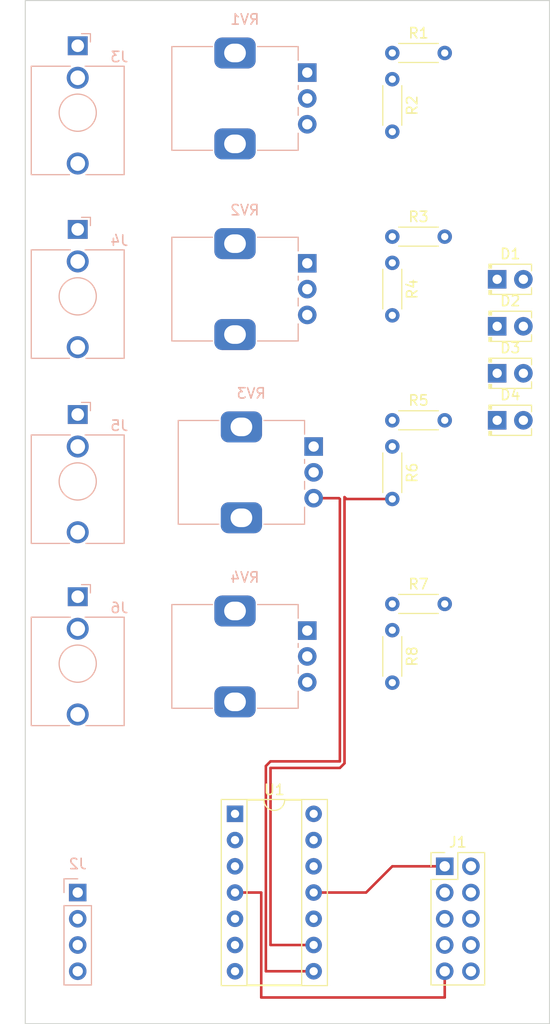
<source format=kicad_pcb>
(kicad_pcb (version 20221018) (generator pcbnew)
  (layers (0 "F.Cu" signal) (31 "B.Cu" signal) (34 "B.Paste" user) (35 "F.Paste" user) (36 "B.SilkS" user "B.Silkscreen") (37 "F.SilkS" user "F.Silkscreen") (38 "B.Mask" user) (39 "F.Mask" user) (44 "Edge.Cuts" user))
  (net 0 "")
  (net 7 "Net-(J1-Pin_9)")
  (net 9 "GND")
  (net 11 "Net-(U1A--)")
  (net 13 "in1")
  (net 14 "in2")
  (net 15 "in3")
  (net 16 "in4")
  (net 18 "Net-(U1B--)")
  (net 22 "Net-(U1C--)")
  (net 23 "Net-(U1D--)")
  (net 26 "Net-(J1-Pin_1)")
  (net 28 "Net-(D1-K)")
  (net 29 "Net-(D1-A)")
  (net 30 "Net-(D2-K)")
  (net 31 "Net-(D2-A)")
  (net 32 "Net-(D3-K)")
  (net 33 "Net-(D3-A)")
  (net 34 "Net-(D4-K)")
  (net 35 "Net-(D4-A)")
  (footprint "Resistor_THT:R_Axial_DIN0204_L3.6mm_D1.6mm_P5.08mm_Horizontal" (layer "F.Cu") (at 162.56 93.98)
    (fp_text reference "R5" (at 2.54 -1.92) (layer "F.SilkS"))
    (fp_text value "10k")
    (fp_line (start 0.62 -0.92) (end 4.46 -0.92) (stroke (width 0.12)) (layer "F.SilkS"))
    (fp_line (start 0.62 0.92) (end 4.46 0.92) (stroke (width 0.12)) (layer "F.SilkS"))
    (pad "1" thru_hole circle (at 0 0) (size 1.4 1.4) (drill 0.7) (layers "*.Cu" "*.Mask") (net 9 "GND"))
    (pad "2" thru_hole oval (at 5.08 0) (size 1.4 1.4) (drill 0.7) (layers "*.Cu" "*.Mask") (net 22 "Net-(U1C--)"))
  )
  (footprint "Resistor_THT:R_Axial_DIN0204_L3.6mm_D1.6mm_P5.08mm_Horizontal" (layer "F.Cu") (at 162.56 114.3 -90)
    (fp_text reference "R8" (at 2.54 -1.92 90) (layer "F.SilkS"))
    (fp_text value "5.1k")
    (fp_line (start 0.62 -0.92) (end 4.46 -0.92) (stroke (width 0.12)) (layer "F.SilkS"))
    (fp_line (start 0.62 0.92) (end 4.46 0.92) (stroke (width 0.12)) (layer "F.SilkS"))
    (pad "1" thru_hole circle (at 0 0 270) (size 1.4 1.4) (drill 0.7) (layers "*.Cu" "*.Mask") (net 35 "Net-(D4-A)"))
    (pad "2" thru_hole oval (at 5.08 0 270) (size 1.4 1.4) (drill 0.7) (layers "*.Cu" "*.Mask") (net 23 "Net-(U1D--)"))
  )
  (footprint "Connector_PinHeader_2.54mm:PinHeader_2x05_P2.54mm_Vertical" (layer "F.Cu") (at 167.64 137.16)
    (fp_text reference "J1" (at 1.27 -2.33) (layer "F.SilkS"))
    (fp_text value "Conn_02x05_Odd_Even")
    (fp_line (start -1.33 -1.33) (end 0 -1.33) (stroke (width 0.12)) (layer "F.SilkS"))
    (fp_line (start -1.33 0) (end -1.33 -1.33) (stroke (width 0.12)) (layer "F.SilkS"))
    (fp_line (start -1.33 1.27) (end -1.33 11.49) (stroke (width 0.12)) (layer "F.SilkS"))
    (fp_line (start -1.33 1.27) (end 1.27 1.27) (stroke (width 0.12)) (layer "F.SilkS"))
    (fp_line (start -1.33 11.49) (end 3.87 11.49) (stroke (width 0.12)) (layer "F.SilkS"))
    (fp_line (start 1.27 -1.33) (end 3.87 -1.33) (stroke (width 0.12)) (layer "F.SilkS"))
    (fp_line (start 1.27 1.27) (end 1.27 -1.33) (stroke (width 0.12)) (layer "F.SilkS"))
    (fp_line (start 3.87 -1.33) (end 3.87 11.49) (stroke (width 0.12)) (layer "F.SilkS"))
    (pad "1" thru_hole rect (at 0 0) (size 1.7 1.7) (drill 1) (layers "*.Cu" "*.Mask") (net 26 "Net-(J1-Pin_1)"))
    (pad "2" thru_hole oval (at 2.54 0) (size 1.7 1.7) (drill 1) (layers "*.Cu" "*.Mask"))
    (pad "3" thru_hole oval (at 0 2.54) (size 1.7 1.7) (drill 1) (layers "*.Cu" "*.Mask"))
    (pad "4" thru_hole oval (at 2.54 2.54) (size 1.7 1.7) (drill 1) (layers "*.Cu" "*.Mask"))
    (pad "5" thru_hole oval (at 0 5.08) (size 1.7 1.7) (drill 1) (layers "*.Cu" "*.Mask"))
    (pad "6" thru_hole oval (at 2.54 5.08) (size 1.7 1.7) (drill 1) (layers "*.Cu" "*.Mask"))
    (pad "7" thru_hole oval (at 0 7.62) (size 1.7 1.7) (drill 1) (layers "*.Cu" "*.Mask"))
    (pad "8" thru_hole oval (at 2.54 7.62) (size 1.7 1.7) (drill 1) (layers "*.Cu" "*.Mask"))
    (pad "9" thru_hole oval (at 0 10.16) (size 1.7 1.7) (drill 1) (layers "*.Cu" "*.Mask") (net 7 "Net-(J1-Pin_9)"))
    (pad "10" thru_hole oval (at 2.54 10.16) (size 1.7 1.7) (drill 1) (layers "*.Cu" "*.Mask"))
  )
  (footprint "LED_THT:LED_D2.0mm_W4.0mm_H2.8mm_FlatTop" (layer "F.Cu") (at 172.72 80.33)
    (fp_text reference "D1" (at 1.27 -2.46) (layer "F.SilkS"))
    (fp_text value "LED")
    (fp_line (start -0.79 -1.46) (end -0.79 -1.08) (stroke (width 0.12)) (layer "F.SilkS"))
    (fp_line (start -0.79 -1.46) (end 3.33 -1.46) (stroke (width 0.12)) (layer "F.SilkS"))
    (fp_line (start -0.79 1.08) (end -0.79 1.46) (stroke (width 0.12)) (layer "F.SilkS"))
    (fp_line (start -0.79 1.46) (end 3.33 1.46) (stroke (width 0.12)) (layer "F.SilkS"))
    (fp_line (start -0.67 -1.46) (end -0.67 -1.08) (stroke (width 0.12)) (layer "F.SilkS"))
    (fp_line (start -0.67 1.08) (end -0.67 1.46) (stroke (width 0.12)) (layer "F.SilkS"))
    (fp_line (start -0.55 -1.46) (end -0.55 -1.08) (stroke (width 0.12)) (layer "F.SilkS"))
    (fp_line (start -0.55 1.08) (end -0.55 1.46) (stroke (width 0.12)) (layer "F.SilkS"))
    (fp_line (start 3.33 -1.46) (end 3.33 -0.825) (stroke (width 0.12)) (layer "F.SilkS"))
    (fp_line (start 3.33 0.825) (end 3.33 1.46) (stroke (width 0.12)) (layer "F.SilkS"))
    (pad "1" thru_hole rect (at 0 0) (size 1.8 1.8) (drill 0.9) (layers "*.Cu" "*.Mask") (net 28 "Net-(D1-K)"))
    (pad "2" thru_hole circle (at 2.54 0) (size 1.8 1.8) (drill 0.9) (layers "*.Cu" "*.Mask") (net 29 "Net-(D1-A)"))
  )
  (footprint "Resistor_THT:R_Axial_DIN0204_L3.6mm_D1.6mm_P5.08mm_Horizontal" (layer "F.Cu") (at 162.56 58.42)
    (fp_text reference "R1" (at 2.54 -1.92) (layer "F.SilkS"))
    (fp_text value "10k")
    (fp_line (start 0.62 -0.92) (end 4.46 -0.92) (stroke (width 0.12)) (layer "F.SilkS"))
    (fp_line (start 0.62 0.92) (end 4.46 0.92) (stroke (width 0.12)) (layer "F.SilkS"))
    (pad "1" thru_hole circle (at 0 0) (size 1.4 1.4) (drill 0.7) (layers "*.Cu" "*.Mask") (net 9 "GND"))
    (pad "2" thru_hole oval (at 5.08 0) (size 1.4 1.4) (drill 0.7) (layers "*.Cu" "*.Mask") (net 11 "Net-(U1A--)"))
  )
  (footprint "Resistor_THT:R_Axial_DIN0204_L3.6mm_D1.6mm_P5.08mm_Horizontal" (layer "F.Cu") (at 162.56 60.96 -90)
    (fp_text reference "R2" (at 2.54 -1.92 90) (layer "F.SilkS"))
    (fp_text value "5.1k")
    (fp_line (start 0.62 -0.92) (end 4.46 -0.92) (stroke (width 0.12)) (layer "F.SilkS"))
    (fp_line (start 0.62 0.92) (end 4.46 0.92) (stroke (width 0.12)) (layer "F.SilkS"))
    (pad "1" thru_hole circle (at 0 0 270) (size 1.4 1.4) (drill 0.7) (layers "*.Cu" "*.Mask") (net 29 "Net-(D1-A)"))
    (pad "2" thru_hole oval (at 5.08 0 270) (size 1.4 1.4) (drill 0.7) (layers "*.Cu" "*.Mask") (net 11 "Net-(U1A--)"))
  )
  (footprint "Resistor_THT:R_Axial_DIN0204_L3.6mm_D1.6mm_P5.08mm_Horizontal" (layer "F.Cu") (at 162.56 96.52 -90)
    (fp_text reference "R6" (at 2.54 -1.92 90) (layer "F.SilkS"))
    (fp_text value "5.1k")
    (fp_line (start 0.62 -0.92) (end 4.46 -0.92) (stroke (width 0.12)) (layer "F.SilkS"))
    (fp_line (start 0.62 0.92) (end 4.46 0.92) (stroke (width 0.12)) (layer "F.SilkS"))
    (pad "1" thru_hole circle (at 0 0 270) (size 1.4 1.4) (drill 0.7) (layers "*.Cu" "*.Mask") (net 33 "Net-(D3-A)"))
    (pad "2" thru_hole oval (at 5.08 0 270) (size 1.4 1.4) (drill 0.7) (layers "*.Cu" "*.Mask") (net 22 "Net-(U1C--)"))
  )
  (footprint "Resistor_THT:R_Axial_DIN0204_L3.6mm_D1.6mm_P5.08mm_Horizontal" (layer "F.Cu") (at 162.56 111.76)
    (fp_text reference "R7" (at 2.54 -1.92) (layer "F.SilkS"))
    (fp_text value "10k")
    (fp_line (start 0.62 -0.92) (end 4.46 -0.92) (stroke (width 0.12)) (layer "F.SilkS"))
    (fp_line (start 0.62 0.92) (end 4.46 0.92) (stroke (width 0.12)) (layer "F.SilkS"))
    (pad "1" thru_hole circle (at 0 0) (size 1.4 1.4) (drill 0.7) (layers "*.Cu" "*.Mask") (net 9 "GND"))
    (pad "2" thru_hole oval (at 5.08 0) (size 1.4 1.4) (drill 0.7) (layers "*.Cu" "*.Mask") (net 23 "Net-(U1D--)"))
  )
  (footprint "Resistor_THT:R_Axial_DIN0204_L3.6mm_D1.6mm_P5.08mm_Horizontal" (layer "F.Cu") (at 162.56 78.74 -90)
    (fp_text reference "R4" (at 2.54 -1.92 90) (layer "F.SilkS"))
    (fp_text value "5.1k")
    (fp_line (start 0.62 -0.92) (end 4.46 -0.92) (stroke (width 0.12)) (layer "F.SilkS"))
    (fp_line (start 0.62 0.92) (end 4.46 0.92) (stroke (width 0.12)) (layer "F.SilkS"))
    (pad "1" thru_hole circle (at 0 0 270) (size 1.4 1.4) (drill 0.7) (layers "*.Cu" "*.Mask") (net 31 "Net-(D2-A)"))
    (pad "2" thru_hole oval (at 5.08 0 270) (size 1.4 1.4) (drill 0.7) (layers "*.Cu" "*.Mask") (net 18 "Net-(U1B--)"))
  )
  (footprint "LED_THT:LED_D2.0mm_W4.0mm_H2.8mm_FlatTop" (layer "F.Cu") (at 172.72 93.98)
    (fp_text reference "D4" (at 1.27 -2.46) (layer "F.SilkS"))
    (fp_text value "LED")
    (fp_line (start -0.79 -1.46) (end -0.79 -1.08) (stroke (width 0.12)) (layer "F.SilkS"))
    (fp_line (start -0.79 -1.46) (end 3.33 -1.46) (stroke (width 0.12)) (layer "F.SilkS"))
    (fp_line (start -0.79 1.08) (end -0.79 1.46) (stroke (width 0.12)) (layer "F.SilkS"))
    (fp_line (start -0.79 1.46) (end 3.33 1.46) (stroke (width 0.12)) (layer "F.SilkS"))
    (fp_line (start -0.67 -1.46) (end -0.67 -1.08) (stroke (width 0.12)) (layer "F.SilkS"))
    (fp_line (start -0.67 1.08) (end -0.67 1.46) (stroke (width 0.12)) (layer "F.SilkS"))
    (fp_line (start -0.55 -1.46) (end -0.55 -1.08) (stroke (width 0.12)) (layer "F.SilkS"))
    (fp_line (start -0.55 1.08) (end -0.55 1.46) (stroke (width 0.12)) (layer "F.SilkS"))
    (fp_line (start 3.33 -1.46) (end 3.33 -0.825) (stroke (width 0.12)) (layer "F.SilkS"))
    (fp_line (start 3.33 0.825) (end 3.33 1.46) (stroke (width 0.12)) (layer "F.SilkS"))
    (pad "1" thru_hole rect (at 0 0) (size 1.8 1.8) (drill 0.9) (layers "*.Cu" "*.Mask") (net 34 "Net-(D4-K)"))
    (pad "2" thru_hole circle (at 2.54 0) (size 1.8 1.8) (drill 0.9) (layers "*.Cu" "*.Mask") (net 35 "Net-(D4-A)"))
  )
  (footprint "LED_THT:LED_D2.0mm_W4.0mm_H2.8mm_FlatTop" (layer "F.Cu") (at 172.72 89.43)
    (fp_text reference "D3" (at 1.27 -2.46) (layer "F.SilkS"))
    (fp_text value "LED")
    (fp_line (start -0.79 -1.46) (end -0.79 -1.08) (stroke (width 0.12)) (layer "F.SilkS"))
    (fp_line (start -0.79 -1.46) (end 3.33 -1.46) (stroke (width 0.12)) (layer "F.SilkS"))
    (fp_line (start -0.79 1.08) (end -0.79 1.46) (stroke (width 0.12)) (layer "F.SilkS"))
    (fp_line (start -0.79 1.46) (end 3.33 1.46) (stroke (width 0.12)) (layer "F.SilkS"))
    (fp_line (start -0.67 -1.46) (end -0.67 -1.08) (stroke (width 0.12)) (layer "F.SilkS"))
    (fp_line (start -0.67 1.08) (end -0.67 1.46) (stroke (width 0.12)) (layer "F.SilkS"))
    (fp_line (start -0.55 -1.46) (end -0.55 -1.08) (stroke (width 0.12)) (layer "F.SilkS"))
    (fp_line (start -0.55 1.08) (end -0.55 1.46) (stroke (width 0.12)) (layer "F.SilkS"))
    (fp_line (start 3.33 -1.46) (end 3.33 -0.825) (stroke (width 0.12)) (layer "F.SilkS"))
    (fp_line (start 3.33 0.825) (end 3.33 1.46) (stroke (width 0.12)) (layer "F.SilkS"))
    (pad "1" thru_hole rect (at 0 0) (size 1.8 1.8) (drill 0.9) (layers "*.Cu" "*.Mask") (net 32 "Net-(D3-K)"))
    (pad "2" thru_hole circle (at 2.54 0) (size 1.8 1.8) (drill 0.9) (layers "*.Cu" "*.Mask") (net 33 "Net-(D3-A)"))
  )
  (footprint "Resistor_THT:R_Axial_DIN0204_L3.6mm_D1.6mm_P5.08mm_Horizontal" (layer "F.Cu") (at 162.56 76.2)
    (fp_text reference "R3" (at 2.54 -1.92) (layer "F.SilkS"))
    (fp_text value "10k")
    (fp_line (start 0.62 -0.92) (end 4.46 -0.92) (stroke (width 0.12)) (layer "F.SilkS"))
    (fp_line (start 0.62 0.92) (end 4.46 0.92) (stroke (width 0.12)) (layer "F.SilkS"))
    (pad "1" thru_hole circle (at 0 0) (size 1.4 1.4) (drill 0.7) (layers "*.Cu" "*.Mask") (net 9 "GND"))
    (pad "2" thru_hole oval (at 5.08 0) (size 1.4 1.4) (drill 0.7) (layers "*.Cu" "*.Mask") (net 18 "Net-(U1B--)"))
  )
  (footprint "LED_THT:LED_D2.0mm_W4.0mm_H2.8mm_FlatTop" (layer "F.Cu") (at 172.72 84.88)
    (fp_text reference "D2" (at 1.27 -2.46) (layer "F.SilkS"))
    (fp_text value "LED")
    (fp_line (start -0.79 -1.46) (end -0.79 -1.08) (stroke (width 0.12)) (layer "F.SilkS"))
    (fp_line (start -0.79 -1.46) (end 3.33 -1.46) (stroke (width 0.12)) (layer "F.SilkS"))
    (fp_line (start -0.79 1.08) (end -0.79 1.46) (stroke (width 0.12)) (layer "F.SilkS"))
    (fp_line (start -0.79 1.46) (end 3.33 1.46) (stroke (width 0.12)) (layer "F.SilkS"))
    (fp_line (start -0.67 -1.46) (end -0.67 -1.08) (stroke (width 0.12)) (layer "F.SilkS"))
    (fp_line (start -0.67 1.08) (end -0.67 1.46) (stroke (width 0.12)) (layer "F.SilkS"))
    (fp_line (start -0.55 -1.46) (end -0.55 -1.08) (stroke (width 0.12)) (layer "F.SilkS"))
    (fp_line (start -0.55 1.08) (end -0.55 1.46) (stroke (width 0.12)) (layer "F.SilkS"))
    (fp_line (start 3.33 -1.46) (end 3.33 -0.825) (stroke (width 0.12)) (layer "F.SilkS"))
    (fp_line (start 3.33 0.825) (end 3.33 1.46) (stroke (width 0.12)) (layer "F.SilkS"))
    (pad "1" thru_hole rect (at 0 0) (size 1.8 1.8) (drill 0.9) (layers "*.Cu" "*.Mask") (net 30 "Net-(D2-K)"))
    (pad "2" thru_hole circle (at 2.54 0) (size 1.8 1.8) (drill 0.9) (layers "*.Cu" "*.Mask") (net 31 "Net-(D2-A)"))
  )
  (footprint "Package_DIP:DIP-14_W7.62mm_Socket" (layer "F.Cu") (at 147.32 132.08)
    (fp_text reference "U1" (at 3.81 -2.33) (layer "F.SilkS"))
    (fp_text value "TL074")
    (fp_line (start -1.33 -1.39) (end -1.33 16.63) (stroke (width 0.12)) (layer "F.SilkS"))
    (fp_line (start -1.33 16.63) (end 8.95 16.63) (stroke (width 0.12)) (layer "F.SilkS"))
    (fp_line (start 1.16 -1.33) (end 1.16 16.57) (stroke (width 0.12)) (layer "F.SilkS"))
    (fp_line (start 1.16 16.57) (end 6.46 16.57) (stroke (width 0.12)) (layer "F.SilkS"))
    (fp_line (start 2.81 -1.33) (end 1.16 -1.33) (stroke (width 0.12)) (layer "F.SilkS"))
    (fp_line (start 6.46 -1.33) (end 4.81 -1.33) (stroke (width 0.12)) (layer "F.SilkS"))
    (fp_line (start 6.46 16.57) (end 6.46 -1.33) (stroke (width 0.12)) (layer "F.SilkS"))
    (fp_line (start 8.95 -1.39) (end -1.33 -1.39) (stroke (width 0.12)) (layer "F.SilkS"))
    (fp_line (start 8.95 16.63) (end 8.95 -1.39) (stroke (width 0.12)) (layer "F.SilkS"))
    (fp_arc (start 4.81 -1.33) (mid 3.81 -0.33) (end 2.81 -1.33) (stroke (width 0.12)) (layer "F.SilkS"))
    (pad "1" thru_hole rect (at 0 0) (size 1.6 1.6) (drill 0.8) (layers "*.Cu" "*.Mask") (net 29 "Net-(D1-A)"))
    (pad "2" thru_hole oval (at 0 2.54) (size 1.6 1.6) (drill 0.8) (layers "*.Cu" "*.Mask") (net 11 "Net-(U1A--)"))
    (pad "3" thru_hole oval (at 0 5.08) (size 1.6 1.6) (drill 0.8) (layers "*.Cu" "*.Mask") (net 13 "in1"))
    (pad "4" thru_hole oval (at 0 7.62) (size 1.6 1.6) (drill 0.8) (layers "*.Cu" "*.Mask") (net 7 "Net-(J1-Pin_9)"))
    (pad "5" thru_hole oval (at 0 10.16) (size 1.6 1.6) (drill 0.8) (layers "*.Cu" "*.Mask") (net 14 "in2"))
    (pad "6" thru_hole oval (at 0 12.7) (size 1.6 1.6) (drill 0.8) (layers "*.Cu" "*.Mask") (net 18 "Net-(U1B--)"))
    (pad "7" thru_hole oval (at 0 15.24) (size 1.6 1.6) (drill 0.8) (layers "*.Cu" "*.Mask") (net 31 "Net-(D2-A)"))
    (pad "8" thru_hole oval (at 7.62 15.24) (size 1.6 1.6) (drill 0.8) (layers "*.Cu" "*.Mask") (net 33 "Net-(D3-A)"))
    (pad "9" thru_hole oval (at 7.62 12.7) (size 1.6 1.6) (drill 0.8) (layers "*.Cu" "*.Mask") (net 22 "Net-(U1C--)"))
    (pad "10" thru_hole oval (at 7.62 10.16) (size 1.6 1.6) (drill 0.8) (layers "*.Cu" "*.Mask") (net 15 "in3"))
    (pad "11" thru_hole oval (at 7.62 7.62) (size 1.6 1.6) (drill 0.8) (layers "*.Cu" "*.Mask") (net 26 "Net-(J1-Pin_1)"))
    (pad "12" thru_hole oval (at 7.62 5.08) (size 1.6 1.6) (drill 0.8) (layers "*.Cu" "*.Mask") (net 16 "in4"))
    (pad "13" thru_hole oval (at 7.62 2.54) (size 1.6 1.6) (drill 0.8) (layers "*.Cu" "*.Mask") (net 23 "Net-(U1D--)"))
    (pad "14" thru_hole oval (at 7.62 0) (size 1.6 1.6) (drill 0.8) (layers "*.Cu" "*.Mask") (net 35 "Net-(D4-A)"))
  )
  (footprint "Connector_Audio:Jack_3.5mm_QingPu_WQP-PJ398SM_Vertical_CircularHoles" (layer "B.Cu") (at 132.08 111.06 180)
    (fp_text reference "J6" (at -4.03 -1.08) (layer "B.SilkS") (effects (justify mirror)))
    (fp_text value "AudioJack2_SwitchT")
    (fp_line (start -4.5 -1.98) (end -4.5 -12.48) (stroke (width 0.12)) (layer "B.SilkS"))
    (fp_line (start -1.23 1.17) (end -1.23 0.37) (stroke (width 0.12)) (layer "B.SilkS"))
    (fp_line (start -1.23 1.17) (end -0.37 1.17) (stroke (width 0.12)) (layer "B.SilkS"))
    (fp_line (start -0.8 -12.48) (end -4.5 -12.48) (stroke (width 0.12)) (layer "B.SilkS"))
    (fp_line (start -0.72 -1.98) (end -4.5 -1.98) (stroke (width 0.12)) (layer "B.SilkS"))
    (fp_line (start 4.5 -12.48) (end 0.8 -12.48) (stroke (width 0.12)) (layer "B.SilkS"))
    (fp_line (start 4.5 -1.98) (end 0.72 -1.98) (stroke (width 0.12)) (layer "B.SilkS"))
    (fp_line (start 4.5 -1.98) (end 4.5 -12.48) (stroke (width 0.12)) (layer "B.SilkS"))
    (fp_circle (center 0 -6.48) (end 1.8 -6.48) (stroke (width 0.12)) (fill none) (layer "B.SilkS"))
    (pad "S" thru_hole rect (at 0 0) (size 1.93 1.83) (drill 1.22) (layers "*.Cu" "*.Mask") (net 9 "GND"))
    (pad "T" thru_hole circle (at 0 -11.4) (size 2.13 2.13) (drill 1.43) (layers "*.Cu" "*.Mask") (net 34 "Net-(D4-K)"))
    (pad "TN" thru_hole circle (at 0 -3.1) (size 2.13 2.13) (drill 1.42) (layers "*.Cu" "*.Mask"))
  )
  (footprint "Potentiometer_THT:Potentiometer_Alps_RK09K_Single_Vertical" (layer "B.Cu") (at 154.32 78.78 180)
    (fp_text reference "RV2" (at 6.05 5.15) (layer "B.SilkS") (effects (justify mirror)))
    (fp_text value "R_Potentiometer")
    (fp_line (start 0.88 -7.52) (end 4.817 -7.52) (stroke (width 0.12)) (layer "B.SilkS"))
    (fp_line (start 0.88 -5.87) (end 0.88 -7.52) (stroke (width 0.12)) (layer "B.SilkS"))
    (fp_line (start 0.88 -3.371) (end 0.88 -4.13) (stroke (width 0.12)) (layer "B.SilkS"))
    (fp_line (start 0.88 -1.25) (end 0.88 -1.63) (stroke (width 0.12)) (layer "B.SilkS"))
    (fp_line (start 0.88 2.521) (end 0.88 1.2) (stroke (width 0.12)) (layer "B.SilkS"))
    (fp_line (start 0.88 2.521) (end 4.817 2.521) (stroke (width 0.12)) (layer "B.SilkS"))
    (fp_line (start 9.184 -7.52) (end 13.12 -7.52) (stroke (width 0.12)) (layer "B.SilkS"))
    (fp_line (start 9.184 2.521) (end 13.12 2.521) (stroke (width 0.12)) (layer "B.SilkS"))
    (fp_line (start 13.12 2.521) (end 13.12 -7.52) (stroke (width 0.12)) (layer "B.SilkS"))
    (pad "1" thru_hole rect (at 0 0 180) (size 1.8 1.8) (drill 1) (layers "*.Cu" "*.Mask") (net 9 "GND"))
    (pad "2" thru_hole circle (at 0 -2.5 180) (size 1.8 1.8) (drill 1) (layers "*.Cu" "*.Mask"))
    (pad "3" thru_hole circle (at 0 -5 180) (size 1.8 1.8) (drill 1) (layers "*.Cu" "*.Mask") (net 31 "Net-(D2-A)"))
    (pad "MP" thru_hole roundrect (at 7 -6.9 180) (size 4 3) (drill oval 2.1 1.8) (layers "*.Cu" "*.Mask"))
    (pad "MP" thru_hole roundrect (at 7 1.9 180) (size 4 3) (drill oval 2.1 1.8) (layers "*.Cu" "*.Mask"))
  )
  (footprint "Connector_Audio:Jack_3.5mm_QingPu_WQP-PJ398SM_Vertical_CircularHoles" (layer "B.Cu") (at 132.08 75.5 180)
    (fp_text reference "J4" (at -4.03 -1.08) (layer "B.SilkS") (effects (justify mirror)))
    (fp_text value "AudioJack2_SwitchT")
    (fp_line (start -4.5 -1.98) (end -4.5 -12.48) (stroke (width 0.12)) (layer "B.SilkS"))
    (fp_line (start -1.23 1.17) (end -1.23 0.37) (stroke (width 0.12)) (layer "B.SilkS"))
    (fp_line (start -1.23 1.17) (end -0.37 1.17) (stroke (width 0.12)) (layer "B.SilkS"))
    (fp_line (start -0.8 -12.48) (end -4.5 -12.48) (stroke (width 0.12)) (layer "B.SilkS"))
    (fp_line (start -0.72 -1.98) (end -4.5 -1.98) (stroke (width 0.12)) (layer "B.SilkS"))
    (fp_line (start 4.5 -12.48) (end 0.8 -12.48) (stroke (width 0.12)) (layer "B.SilkS"))
    (fp_line (start 4.5 -1.98) (end 0.72 -1.98) (stroke (width 0.12)) (layer "B.SilkS"))
    (fp_line (start 4.5 -1.98) (end 4.5 -12.48) (stroke (width 0.12)) (layer "B.SilkS"))
    (fp_circle (center 0 -6.48) (end 1.8 -6.48) (stroke (width 0.12)) (fill none) (layer "B.SilkS"))
    (pad "S" thru_hole rect (at 0 0) (size 1.93 1.83) (drill 1.22) (layers "*.Cu" "*.Mask") (net 9 "GND"))
    (pad "T" thru_hole circle (at 0 -11.4) (size 2.13 2.13) (drill 1.43) (layers "*.Cu" "*.Mask") (net 30 "Net-(D2-K)"))
    (pad "TN" thru_hole circle (at 0 -3.1) (size 2.13 2.13) (drill 1.42) (layers "*.Cu" "*.Mask"))
  )
  (footprint "Potentiometer_THT:Potentiometer_Alps_RK09K_Single_Vertical" (layer "B.Cu") (at 154.94 96.52 180)
    (fp_text reference "RV3" (at 6.05 5.15) (layer "B.SilkS") (effects (justify mirror)))
    (fp_text value "R_Potentiometer")
    (fp_line (start 0.88 -7.52) (end 4.817 -7.52) (stroke (width 0.12)) (layer "B.SilkS"))
    (fp_line (start 0.88 -5.87) (end 0.88 -7.52) (stroke (width 0.12)) (layer "B.SilkS"))
    (fp_line (start 0.88 -3.371) (end 0.88 -4.13) (stroke (width 0.12)) (layer "B.SilkS"))
    (fp_line (start 0.88 -1.25) (end 0.88 -1.63) (stroke (width 0.12)) (layer "B.SilkS"))
    (fp_line (start 0.88 2.521) (end 0.88 1.2) (stroke (width 0.12)) (layer "B.SilkS"))
    (fp_line (start 0.88 2.521) (end 4.817 2.521) (stroke (width 0.12)) (layer "B.SilkS"))
    (fp_line (start 9.184 -7.52) (end 13.12 -7.52) (stroke (width 0.12)) (layer "B.SilkS"))
    (fp_line (start 9.184 2.521) (end 13.12 2.521) (stroke (width 0.12)) (layer "B.SilkS"))
    (fp_line (start 13.12 2.521) (end 13.12 -7.52) (stroke (width 0.12)) (layer "B.SilkS"))
    (pad "1" thru_hole rect (at 0 0 180) (size 1.8 1.8) (drill 1) (layers "*.Cu" "*.Mask") (net 9 "GND"))
    (pad "2" thru_hole circle (at 0 -2.5 180) (size 1.8 1.8) (drill 1) (layers "*.Cu" "*.Mask"))
    (pad "3" thru_hole circle (at 0 -5 180) (size 1.8 1.8) (drill 1) (layers "*.Cu" "*.Mask") (net 33 "Net-(D3-A)"))
    (pad "MP" thru_hole roundrect (at 7 -6.9 180) (size 4 3) (drill oval 2.1 1.8) (layers "*.Cu" "*.Mask"))
    (pad "MP" thru_hole roundrect (at 7 1.9 180) (size 4 3) (drill oval 2.1 1.8) (layers "*.Cu" "*.Mask"))
  )
  (footprint "Connector_Audio:Jack_3.5mm_QingPu_WQP-PJ398SM_Vertical_CircularHoles" (layer "B.Cu") (at 132.08 57.72 180)
    (fp_text reference "J3" (at -4.03 -1.08) (layer "B.SilkS") (effects (justify mirror)))
    (fp_text value "AudioJack2_SwitchT")
    (fp_line (start -4.5 -1.98) (end -4.5 -12.48) (stroke (width 0.12)) (layer "B.SilkS"))
    (fp_line (start -1.23 1.17) (end -1.23 0.37) (stroke (width 0.12)) (layer "B.SilkS"))
    (fp_line (start -1.23 1.17) (end -0.37 1.17) (stroke (width 0.12)) (layer "B.SilkS"))
    (fp_line (start -0.8 -12.48) (end -4.5 -12.48) (stroke (width 0.12)) (layer "B.SilkS"))
    (fp_line (start -0.72 -1.98) (end -4.5 -1.98) (stroke (width 0.12)) (layer "B.SilkS"))
    (fp_line (start 4.5 -12.48) (end 0.8 -12.48) (stroke (width 0.12)) (layer "B.SilkS"))
    (fp_line (start 4.5 -1.98) (end 0.72 -1.98) (stroke (width 0.12)) (layer "B.SilkS"))
    (fp_line (start 4.5 -1.98) (end 4.5 -12.48) (stroke (width 0.12)) (layer "B.SilkS"))
    (fp_circle (center 0 -6.48) (end 1.8 -6.48) (stroke (width 0.12)) (fill none) (layer "B.SilkS"))
    (pad "S" thru_hole rect (at 0 0) (size 1.93 1.83) (drill 1.22) (layers "*.Cu" "*.Mask") (net 9 "GND"))
    (pad "T" thru_hole circle (at 0 -11.4) (size 2.13 2.13) (drill 1.43) (layers "*.Cu" "*.Mask") (net 28 "Net-(D1-K)"))
    (pad "TN" thru_hole circle (at 0 -3.1) (size 2.13 2.13) (drill 1.42) (layers "*.Cu" "*.Mask"))
  )
  (footprint "Connector_Audio:Jack_3.5mm_QingPu_WQP-PJ398SM_Vertical_CircularHoles" (layer "B.Cu") (at 132.08 93.42 180)
    (fp_text reference "J5" (at -4.03 -1.08) (layer "B.SilkS") (effects (justify mirror)))
    (fp_text value "AudioJack2_SwitchT")
    (fp_line (start -4.5 -1.98) (end -4.5 -12.48) (stroke (width 0.12)) (layer "B.SilkS"))
    (fp_line (start -1.23 1.17) (end -1.23 0.37) (stroke (width 0.12)) (layer "B.SilkS"))
    (fp_line (start -1.23 1.17) (end -0.37 1.17) (stroke (width 0.12)) (layer "B.SilkS"))
    (fp_line (start -0.8 -12.48) (end -4.5 -12.48) (stroke (width 0.12)) (layer "B.SilkS"))
    (fp_line (start -0.72 -1.98) (end -4.5 -1.98) (stroke (width 0.12)) (layer "B.SilkS"))
    (fp_line (start 4.5 -12.48) (end 0.8 -12.48) (stroke (width 0.12)) (layer "B.SilkS"))
    (fp_line (start 4.5 -1.98) (end 0.72 -1.98) (stroke (width 0.12)) (layer "B.SilkS"))
    (fp_line (start 4.5 -1.98) (end 4.5 -12.48) (stroke (width 0.12)) (layer "B.SilkS"))
    (fp_circle (center 0 -6.48) (end 1.8 -6.48) (stroke (width 0.12)) (fill none) (layer "B.SilkS"))
    (pad "S" thru_hole rect (at 0 0) (size 1.93 1.83) (drill 1.22) (layers "*.Cu" "*.Mask") (net 9 "GND"))
    (pad "T" thru_hole circle (at 0 -11.4) (size 2.13 2.13) (drill 1.43) (layers "*.Cu" "*.Mask") (net 32 "Net-(D3-K)"))
    (pad "TN" thru_hole circle (at 0 -3.1) (size 2.13 2.13) (drill 1.42) (layers "*.Cu" "*.Mask"))
  )
  (footprint "Potentiometer_THT:Potentiometer_Alps_RK09K_Single_Vertical" (layer "B.Cu") (at 154.32 114.34 180)
    (fp_text reference "RV4" (at 6.05 5.15) (layer "B.SilkS") (effects (justify mirror)))
    (fp_text value "R_Potentiometer")
    (fp_line (start 0.88 -7.52) (end 4.817 -7.52) (stroke (width 0.12)) (layer "B.SilkS"))
    (fp_line (start 0.88 -5.87) (end 0.88 -7.52) (stroke (width 0.12)) (layer "B.SilkS"))
    (fp_line (start 0.88 -3.371) (end 0.88 -4.13) (stroke (width 0.12)) (layer "B.SilkS"))
    (fp_line (start 0.88 -1.25) (end 0.88 -1.63) (stroke (width 0.12)) (layer "B.SilkS"))
    (fp_line (start 0.88 2.521) (end 0.88 1.2) (stroke (width 0.12)) (layer "B.SilkS"))
    (fp_line (start 0.88 2.521) (end 4.817 2.521) (stroke (width 0.12)) (layer "B.SilkS"))
    (fp_line (start 9.184 -7.52) (end 13.12 -7.52) (stroke (width 0.12)) (layer "B.SilkS"))
    (fp_line (start 9.184 2.521) (end 13.12 2.521) (stroke (width 0.12)) (layer "B.SilkS"))
    (fp_line (start 13.12 2.521) (end 13.12 -7.52) (stroke (width 0.12)) (layer "B.SilkS"))
    (pad "1" thru_hole rect (at 0 0 180) (size 1.8 1.8) (drill 1) (layers "*.Cu" "*.Mask") (net 9 "GND"))
    (pad "2" thru_hole circle (at 0 -2.5 180) (size 1.8 1.8) (drill 1) (layers "*.Cu" "*.Mask"))
    (pad "3" thru_hole circle (at 0 -5 180) (size 1.8 1.8) (drill 1) (layers "*.Cu" "*.Mask") (net 35 "Net-(D4-A)"))
    (pad "MP" thru_hole roundrect (at 7 -6.9 180) (size 4 3) (drill oval 2.1 1.8) (layers "*.Cu" "*.Mask"))
    (pad "MP" thru_hole roundrect (at 7 1.9 180) (size 4 3) (drill oval 2.1 1.8) (layers "*.Cu" "*.Mask"))
  )
  (footprint "Potentiometer_THT:Potentiometer_Alps_RK09K_Single_Vertical" (layer "B.Cu") (at 154.32 60.32 180)
    (fp_text reference "RV1" (at 6.05 5.15) (layer "B.SilkS") (effects (justify mirror)))
    (fp_text value "R_Potentiometer")
    (fp_line (start 0.88 -7.52) (end 4.817 -7.52) (stroke (width 0.12)) (layer "B.SilkS"))
    (fp_line (start 0.88 -5.87) (end 0.88 -7.52) (stroke (width 0.12)) (layer "B.SilkS"))
    (fp_line (start 0.88 -3.371) (end 0.88 -4.13) (stroke (width 0.12)) (layer "B.SilkS"))
    (fp_line (start 0.88 -1.25) (end 0.88 -1.63) (stroke (width 0.12)) (layer "B.SilkS"))
    (fp_line (start 0.88 2.521) (end 0.88 1.2) (stroke (width 0.12)) (layer "B.SilkS"))
    (fp_line (start 0.88 2.521) (end 4.817 2.521) (stroke (width 0.12)) (layer "B.SilkS"))
    (fp_line (start 9.184 -7.52) (end 13.12 -7.52) (stroke (width 0.12)) (layer "B.SilkS"))
    (fp_line (start 9.184 2.521) (end 13.12 2.521) (stroke (width 0.12)) (layer "B.SilkS"))
    (fp_line (start 13.12 2.521) (end 13.12 -7.52) (stroke (width 0.12)) (layer "B.SilkS"))
    (pad "1" thru_hole rect (at 0 0 180) (size 1.8 1.8) (drill 1) (layers "*.Cu" "*.Mask") (net 9 "GND"))
    (pad "2" thru_hole circle (at 0 -2.5 180) (size 1.8 1.8) (drill 1) (layers "*.Cu" "*.Mask"))
    (pad "3" thru_hole circle (at 0 -5 180) (size 1.8 1.8) (drill 1) (layers "*.Cu" "*.Mask") (net 29 "Net-(D1-A)"))
    (pad "MP" thru_hole roundrect (at 7 -6.9 180) (size 4 3) (drill oval 2.1 1.8) (layers "*.Cu" "*.Mask"))
    (pad "MP" thru_hole roundrect (at 7 1.9 180) (size 4 3) (drill oval 2.1 1.8) (layers "*.Cu" "*.Mask"))
  )
  (footprint "Connector_PinSocket_2.54mm:PinSocket_1x04_P2.54mm_Vertical" (layer "B.Cu") (at 132.08 139.7 180)
    (fp_text reference "J2" (at 0 2.77) (layer "B.SilkS") (effects (justify mirror)))
    (fp_text value "Conn_01x04_Socket")
    (fp_line (start -1.33 -8.95) (end 1.33 -8.95) (stroke (width 0.12)) (layer "B.SilkS"))
    (fp_line (start -1.33 -1.27) (end -1.33 -8.95) (stroke (width 0.12)) (layer "B.SilkS"))
    (fp_line (start -1.33 -1.27) (end 1.33 -1.27) (stroke (width 0.12)) (layer "B.SilkS"))
    (fp_line (start 0 1.33) (end 1.33 1.33) (stroke (width 0.12)) (layer "B.SilkS"))
    (fp_line (start 1.33 -1.27) (end 1.33 -8.95) (stroke (width 0.12)) (layer "B.SilkS"))
    (fp_line (start 1.33 1.33) (end 1.33 0) (stroke (width 0.12)) (layer "B.SilkS"))
    (pad "1" thru_hole rect (at 0 0 180) (size 1.7 1.7) (drill 1) (layers "*.Cu" "*.Mask") (net 13 "in1"))
    (pad "2" thru_hole oval (at 0 -2.54 180) (size 1.7 1.7) (drill 1) (layers "*.Cu" "*.Mask") (net 14 "in2"))
    (pad "3" thru_hole oval (at 0 -5.08 180) (size 1.7 1.7) (drill 1) (layers "*.Cu" "*.Mask") (net 15 "in3"))
    (pad "4" thru_hole oval (at 0 -7.62 180) (size 1.7 1.7) (drill 1) (layers "*.Cu" "*.Mask") (net 16 "in4"))
  )
  (gr_rect (start 127 53.34) (end 177.8 152.4) (stroke (width 0.1)) (fill none) (layer "Edge.Cuts"))
  (segment (start 167.64 149.86) (end 149.86 149.86) (width 0.25) (layer "F.Cu") (net 7))
  (segment (start 149.86 149.86) (end 149.86 139.7) (width 0.25) (layer "F.Cu") (net 7))
  (segment (start 149.86 139.7) (end 147.32 139.7) (width 0.25) (layer "F.Cu") (net 7))
  (segment (start 167.64 147.32) (end 167.64 149.86) (width 0.25) (layer "F.Cu") (net 7))
  (segment (start 157.93 101.413604) (end 158.116396 101.6) (width 0.25) (layer "F.Cu") (net 22))
  (segment (start 158.116396 101.6) (end 162.56 101.6) (width 0.25) (layer "F.Cu") (net 22))
  (segment (start 150.76 144.78) (end 150.76 127.636396) (width 0.25) (layer "F.Cu") (net 22))
  (segment (start 157.48 127.636396) (end 157.93 127.186396) (width 0.25) (layer "F.Cu") (net 22))
  (segment (start 157.93 127.186396) (end 157.93 101.413604) (width 0.25) (layer "F.Cu") (net 22))
  (segment (start 150.76 127.636396) (end 157.48 127.636396) (width 0.25) (layer "F.Cu") (net 22))
  (segment (start 154.94 144.78) (end 150.76 144.78) (width 0.25) (layer "F.Cu") (net 22))
  (segment (start 160.02 139.7) (end 154.94 139.7) (width 0.25) (layer "F.Cu") (net 26))
  (segment (start 167.64 137.16) (end 162.56 137.16) (width 0.25) (layer "F.Cu") (net 26))
  (segment (start 162.56 137.16) (end 160.02 139.7) (width 0.25) (layer "F.Cu") (net 26))
  (segment (start 157.48 127) (end 157.48 101.6) (width 0.25) (layer "F.Cu") (net 33))
  (segment (start 150.31 147.32) (end 150.31 127.45) (width 0.25) (layer "F.Cu") (net 33))
  (segment (start 157.4 101.52) (end 154.94 101.52) (width 0.25) (layer "F.Cu") (net 33))
  (segment (start 150.76 127) (end 157.48 127) (width 0.25) (layer "F.Cu") (net 33))
  (segment (start 154.94 147.32) (end 150.31 147.32) (width 0.25) (layer "F.Cu") (net 33))
  (segment (start 157.48 101.6) (end 157.4 101.52) (width 0.25) (layer "F.Cu") (net 33))
  (segment (start 150.31 127.45) (end 150.76 127) (width 0.25) (layer "F.Cu") (net 33))
)
</source>
